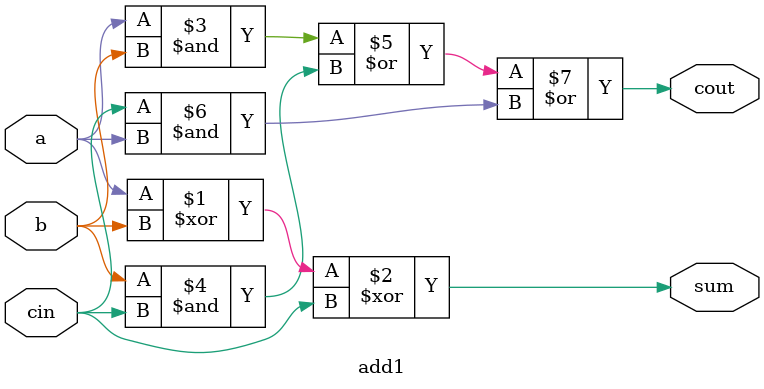
<source format=v>
module  day4 #(parameter SIZE=4)(
input [SIZE-1:0]a, b ,
input cin , 
output [SIZE-1:0]sum , cout);

genvar i;
	add1 a0(.a(a[0]), .b(b[0]), .cin(cin), .sum(sum[0]), .cout(cout[0]));
	
generate
	for(i=1; i<SIZE; i=i+1) 
		begin : gen_Add
			add1 h0 (.a(a[i]), .b(b[i]), .cin(cout[i-1]), .sum(sum[i]), .cout(cout[i]));

		end

		endgenerate
endmodule

module add1(input a , b , cin , output sum, cout);

assign sum= a^b^cin ;
assign cout= a&b| b&cin | cin&a;

endmodule


</source>
